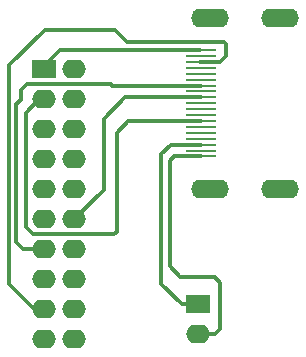
<source format=gtl>
G04*
G04 #@! TF.GenerationSoftware,Altium Limited,Altium Designer,23.3.1 (30)*
G04*
G04 Layer_Physical_Order=1*
G04 Layer_Color=255*
%FSLAX44Y44*%
%MOMM*%
G71*
G04*
G04 #@! TF.SameCoordinates,FC58110F-AFE2-48FC-888D-7BDC24F10527*
G04*
G04*
G04 #@! TF.FilePolarity,Positive*
G04*
G01*
G75*
%ADD10C,0.3000*%
%ADD15R,2.6000X0.2800*%
%ADD20O,3.2000X1.6000*%
%ADD21R,2.0000X1.6000*%
%ADD22O,2.0000X1.6000*%
D10*
X176400Y293000D02*
X177400D01*
X199000Y298000D02*
Y308243D01*
X197243Y310000D02*
X199000Y308243D01*
X115000Y310000D02*
X197243D01*
X177400Y293000D02*
X194000D01*
X199000Y298000D01*
X29000Y250000D02*
X40600Y261600D01*
X44600D01*
X29000Y153000D02*
Y250000D01*
Y153000D02*
X34900Y147100D01*
X77178D01*
X77278Y147000D02*
X104000D01*
X77178Y147100D02*
X77278Y147000D01*
X104000D02*
X106000Y149000D01*
Y233000D01*
X116000Y243000D01*
X177400D01*
X95000Y245000D02*
X113000Y263000D01*
X177400D01*
X44200Y135000D02*
X44600Y134600D01*
X26515Y135000D02*
X44200D01*
X21000Y140515D02*
X26515Y135000D01*
X21000Y140515D02*
Y257000D01*
X25000Y261000D01*
Y269000D01*
X30100Y274100D01*
X101111D01*
X102211Y273000D01*
X177400D01*
X15000Y290000D02*
X45000Y320000D01*
X15000Y105000D02*
Y290000D01*
Y105000D02*
X36200Y83800D01*
X144000Y105000D02*
X161300Y87700D01*
X175000D01*
X144000Y105000D02*
Y215000D01*
X152000Y223000D01*
X177400D01*
X175000Y62300D02*
X189300D01*
X194000Y67000D01*
Y106000D01*
X160000Y111000D02*
X189000D01*
X194000Y106000D01*
X151000Y120000D02*
X160000Y111000D01*
X151000Y120000D02*
Y209000D01*
X155000Y213000D02*
X177400D01*
X151000Y209000D02*
X155000Y213000D01*
X58000Y303000D02*
X176400D01*
X44600Y289600D02*
X58000Y303000D01*
X45000Y320000D02*
X105000D01*
X95000Y185000D02*
Y245000D01*
X70000Y160000D02*
X95000Y185000D01*
X70000Y160000D02*
Y160000D01*
X105000Y320000D02*
X115000Y310000D01*
X36200Y83800D02*
X44600D01*
Y287000D02*
Y289600D01*
D15*
X177400Y303000D02*
D03*
Y298000D02*
D03*
Y293000D02*
D03*
Y288000D02*
D03*
Y283000D02*
D03*
Y278000D02*
D03*
Y273000D02*
D03*
Y268000D02*
D03*
Y263000D02*
D03*
Y258000D02*
D03*
Y253000D02*
D03*
Y248000D02*
D03*
Y243000D02*
D03*
Y238000D02*
D03*
Y233000D02*
D03*
Y228000D02*
D03*
Y223000D02*
D03*
Y218000D02*
D03*
Y213000D02*
D03*
D20*
X185000Y185500D02*
D03*
Y330500D02*
D03*
X244600Y185500D02*
D03*
Y330500D02*
D03*
D21*
X175000Y87700D02*
D03*
D03*
X44600Y287000D02*
D03*
D22*
X175000Y62300D02*
D03*
D03*
X70000Y58400D02*
D03*
Y83800D02*
D03*
Y109200D02*
D03*
Y134600D02*
D03*
Y160000D02*
D03*
Y185400D02*
D03*
Y210800D02*
D03*
Y236200D02*
D03*
Y261600D02*
D03*
Y287000D02*
D03*
X44600Y58400D02*
D03*
Y83800D02*
D03*
Y109200D02*
D03*
Y134600D02*
D03*
Y160000D02*
D03*
Y185400D02*
D03*
Y210800D02*
D03*
Y236200D02*
D03*
Y261600D02*
D03*
M02*

</source>
